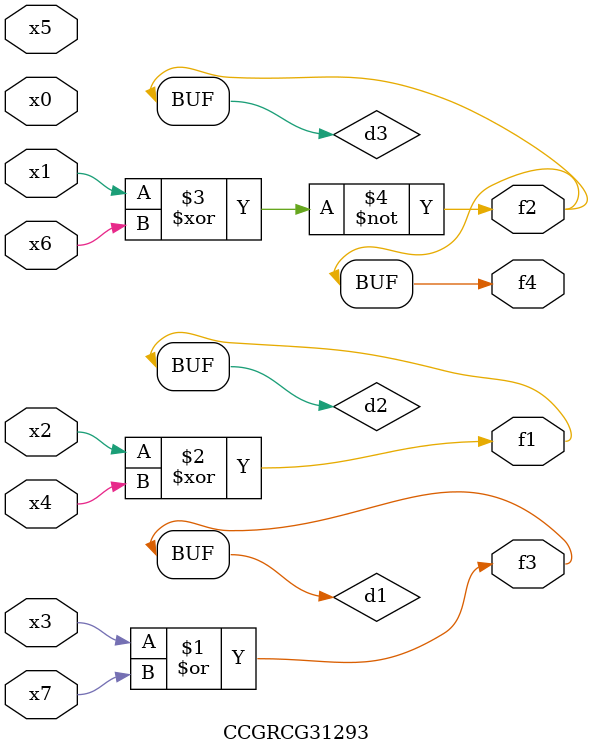
<source format=v>
module CCGRCG31293(
	input x0, x1, x2, x3, x4, x5, x6, x7,
	output f1, f2, f3, f4
);

	wire d1, d2, d3;

	or (d1, x3, x7);
	xor (d2, x2, x4);
	xnor (d3, x1, x6);
	assign f1 = d2;
	assign f2 = d3;
	assign f3 = d1;
	assign f4 = d3;
endmodule

</source>
